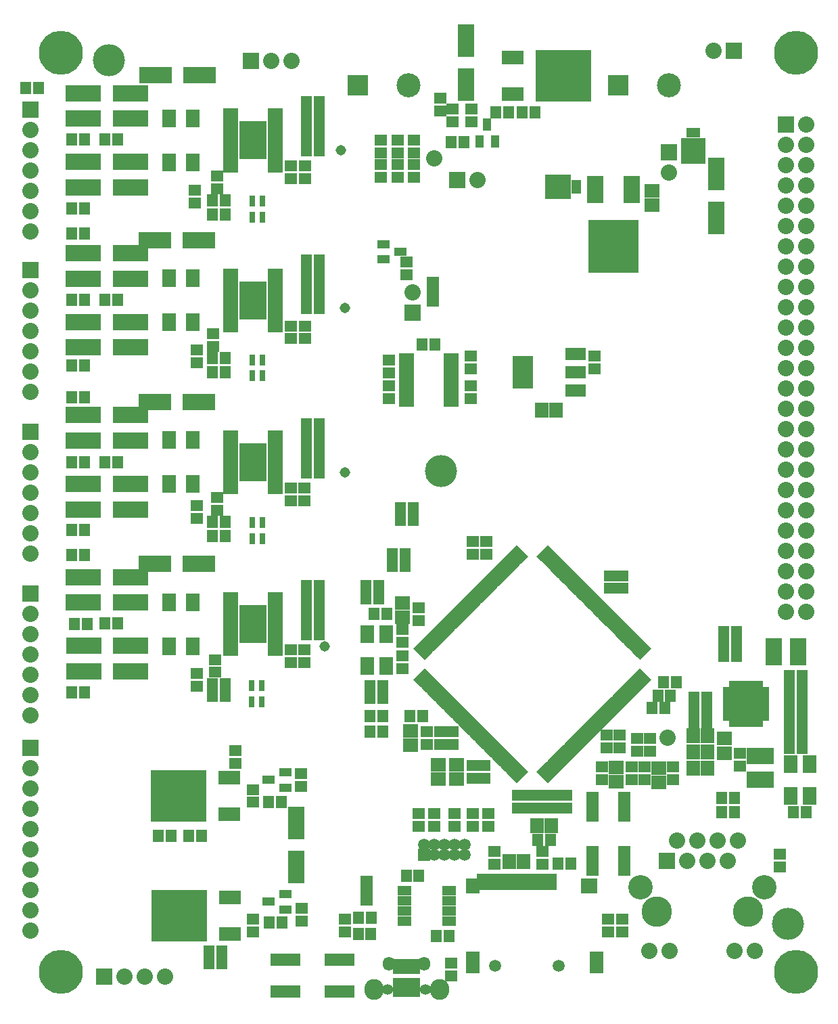
<source format=gts>
G04 (created by PCBNEW (2013-05-18 BZR 4017)-stable) date Fri 12 Dec 2014 17:06:20 GMT*
%MOIN*%
G04 Gerber Fmt 3.4, Leading zero omitted, Abs format*
%FSLAX34Y34*%
G01*
G70*
G90*
G04 APERTURE LIST*
%ADD10C,0.00590551*%
%ADD11C,0.2169*%
%ADD12R,0.0987X0.0987*%
%ADD13C,0.1184*%
%ADD14R,0.1342X0.0948*%
%ADD15O,0.0594X0.0692*%
%ADD16R,0.0357X0.0731*%
%ADD17O,0.0948X0.1027*%
%ADD18C,0.0535*%
%ADD19R,0.083X0.1381*%
%ADD20R,0.2483X0.2641*%
%ADD21R,0.08X0.08*%
%ADD22C,0.08*%
%ADD23R,0.0779X0.0365*%
%ADD24R,0.1381X0.1901*%
%ADD25R,0.0594X0.146*%
%ADD26R,0.146X0.0594*%
%ADD27R,0.0594X0.0436*%
%ADD28R,0.0436X0.0594*%
%ADD29R,0.1X0.164*%
%ADD30R,0.1X0.06*%
%ADD31R,0.1617X0.083*%
%ADD32R,0.083X0.1617*%
%ADD33R,0.0574X0.0594*%
%ADD34R,0.0594X0.0574*%
%ADD35R,0.0653X0.0909*%
%ADD36R,0.0653X0.0771*%
%ADD37R,0.0771X0.0653*%
%ADD38R,0.1106X0.0712*%
%ADD39R,0.2759X0.2523*%
%ADD40R,0.1342X0.0791*%
%ADD41R,0.0791X0.1342*%
%ADD42R,0.0594X0.0594*%
%ADD43C,0.0594*%
%ADD44R,0.0633X0.0987*%
%ADD45R,0.0633X0.0515*%
%ADD46R,0.0672X0.1066*%
%ADD47R,0.0672X0.0751*%
%ADD48R,0.083X0.0751*%
%ADD49R,0.0476X0.083*%
%ADD50R,0.07X0.045*%
%ADD51R,0.0298X0.0436*%
%ADD52R,0.0436X0.0298*%
%ADD53R,0.1499X0.1499*%
%ADD54R,0.12X0.1251*%
%ADD55R,0.07X0.05*%
%ADD56R,0.1251X0.12*%
%ADD57R,0.05X0.07*%
%ADD58C,0.1499*%
%ADD59C,0.12*%
%ADD60R,0.0672X0.0909*%
%ADD61C,0.0515*%
%ADD62C,0.1576*%
%ADD63R,0.029X0.054*%
%ADD64R,0.1735X0.0798*%
G04 APERTURE END LIST*
G54D10*
G54D11*
X2754Y1575D03*
G54D12*
X17390Y45236D03*
G54D13*
X19890Y45236D03*
G54D14*
X19781Y787D03*
G54D15*
X18905Y1968D03*
G54D16*
X19781Y1840D03*
X19525Y1840D03*
X19269Y1840D03*
X20037Y1840D03*
X20293Y1840D03*
G54D15*
X20657Y1968D03*
G54D17*
X21395Y716D03*
X18167Y716D03*
G54D18*
X20716Y716D03*
X18846Y716D03*
G54D19*
X30890Y40115D03*
G54D20*
X29990Y37288D03*
G54D19*
X29090Y40115D03*
G54D21*
X12114Y46430D03*
G54D22*
X13114Y46430D03*
X14114Y46430D03*
G54D23*
X13303Y34515D03*
X13303Y34771D03*
X13303Y35027D03*
X13303Y35283D03*
X11101Y33751D03*
X13303Y33747D03*
X13303Y34003D03*
X13303Y34259D03*
X11099Y35539D03*
X11099Y35283D03*
X11099Y35027D03*
X11099Y34771D03*
X11099Y34515D03*
X11099Y34259D03*
X13303Y35539D03*
X11101Y34003D03*
X13303Y33491D03*
X13303Y35795D03*
X11099Y35795D03*
X11099Y33491D03*
X13303Y33236D03*
X13303Y36050D03*
X11099Y36050D03*
X11099Y33236D03*
G54D24*
X12201Y34643D03*
G54D23*
X13302Y26542D03*
X13302Y26798D03*
X13302Y27054D03*
X13302Y27310D03*
X11100Y25778D03*
X13302Y25774D03*
X13302Y26030D03*
X13302Y26286D03*
X11098Y27566D03*
X11098Y27310D03*
X11098Y27054D03*
X11098Y26798D03*
X11098Y26542D03*
X11098Y26286D03*
X13302Y27566D03*
X11100Y26030D03*
X13302Y25518D03*
X13302Y27822D03*
X11098Y27822D03*
X11098Y25518D03*
X13302Y25263D03*
X13302Y28077D03*
X11098Y28077D03*
X11098Y25263D03*
G54D24*
X12200Y26670D03*
G54D23*
X13302Y18571D03*
X13302Y18827D03*
X13302Y19083D03*
X13302Y19339D03*
X11100Y17807D03*
X13302Y17803D03*
X13302Y18059D03*
X13302Y18315D03*
X11098Y19595D03*
X11098Y19339D03*
X11098Y19083D03*
X11098Y18827D03*
X11098Y18571D03*
X11098Y18315D03*
X13302Y19595D03*
X11100Y18059D03*
X13302Y17547D03*
X13302Y19851D03*
X11098Y19851D03*
X11098Y17547D03*
X13302Y17292D03*
X13302Y20106D03*
X11098Y20106D03*
X11098Y17292D03*
G54D24*
X12200Y18699D03*
G54D23*
X13304Y42391D03*
X13304Y42647D03*
X13304Y42903D03*
X13304Y43159D03*
X11102Y41627D03*
X13304Y41623D03*
X13304Y41879D03*
X13304Y42135D03*
X11100Y43415D03*
X11100Y43159D03*
X11100Y42903D03*
X11100Y42647D03*
X11100Y42391D03*
X11100Y42135D03*
X13304Y43415D03*
X11102Y41879D03*
X13304Y41367D03*
X13304Y43671D03*
X11100Y43671D03*
X11100Y41367D03*
X13304Y41112D03*
X13304Y43926D03*
X11100Y43926D03*
X11100Y41112D03*
G54D24*
X12202Y42519D03*
G54D23*
X19762Y30837D03*
X19762Y30581D03*
X19762Y30325D03*
X19762Y30069D03*
X21964Y31601D03*
X19762Y31605D03*
X19762Y31349D03*
X19762Y31093D03*
X21966Y29813D03*
X21966Y30069D03*
X21966Y30325D03*
X21966Y30581D03*
X21966Y30837D03*
X21966Y31093D03*
X19762Y29813D03*
X21964Y31349D03*
X19762Y31861D03*
X19762Y29557D03*
X21966Y29557D03*
X21966Y31861D03*
G54D25*
X30509Y7027D03*
X30509Y9705D03*
X28935Y9705D03*
X28935Y7027D03*
G54D26*
X13816Y591D03*
X16494Y591D03*
X16494Y2165D03*
X13816Y2165D03*
G54D27*
X13800Y4645D03*
X12968Y5020D03*
X13800Y5395D03*
X13800Y10649D03*
X12968Y11024D03*
X13800Y11399D03*
G54D28*
X23383Y42478D03*
X23758Y43310D03*
X24133Y42478D03*
G54D29*
X25509Y31106D03*
G54D30*
X28109Y31106D03*
X28109Y32006D03*
X28109Y30206D03*
G54D31*
X9577Y45748D03*
X7411Y45748D03*
X9546Y21654D03*
X7380Y21654D03*
X9546Y37598D03*
X7380Y37598D03*
X9546Y29626D03*
X7380Y29626D03*
G54D32*
X35029Y40855D03*
X35029Y38689D03*
G54D33*
X35411Y18307D03*
X36041Y18307D03*
X39288Y16142D03*
X38658Y16142D03*
X39288Y15551D03*
X38658Y15551D03*
X35411Y17717D03*
X36041Y17717D03*
X35411Y17126D03*
X36041Y17126D03*
X39288Y14370D03*
X38658Y14370D03*
X39288Y14961D03*
X38658Y14961D03*
X33934Y14469D03*
X34564Y14469D03*
X33934Y15059D03*
X34564Y15059D03*
X38658Y13189D03*
X39288Y13189D03*
G54D34*
X22045Y43445D03*
X22045Y44075D03*
X22990Y43445D03*
X22990Y44075D03*
X12202Y9921D03*
X12202Y10551D03*
X18896Y29803D03*
X18896Y30433D03*
X20372Y9370D03*
X20372Y8740D03*
G54D33*
X20096Y23819D03*
X19466Y23819D03*
G54D34*
X16731Y3524D03*
X16731Y4154D03*
G54D33*
X17990Y14173D03*
X18620Y14173D03*
X17990Y13386D03*
X18620Y13386D03*
X39289Y13780D03*
X38659Y13780D03*
X33934Y13878D03*
X34564Y13878D03*
G54D34*
X29722Y4154D03*
X29722Y3524D03*
X30411Y3524D03*
X30411Y4154D03*
G54D33*
X13601Y9942D03*
X12971Y9942D03*
X13640Y4016D03*
X13010Y4016D03*
G54D34*
X12222Y4154D03*
X12222Y3524D03*
X18896Y31713D03*
X18896Y31083D03*
G54D33*
X19703Y21555D03*
X19073Y21555D03*
G54D34*
X31159Y12441D03*
X31159Y13071D03*
G54D33*
X18423Y19980D03*
X17793Y19980D03*
X38856Y9449D03*
X39486Y9449D03*
X39289Y12598D03*
X38659Y12598D03*
X35313Y10138D03*
X35943Y10138D03*
X35313Y9449D03*
X35943Y9449D03*
X19703Y22146D03*
X19073Y22146D03*
X20096Y24409D03*
X19466Y24409D03*
G54D34*
X31789Y12441D03*
X31789Y13071D03*
G54D33*
X18423Y20571D03*
X17793Y20571D03*
G54D34*
X9447Y31575D03*
X9447Y32205D03*
G54D33*
X15470Y35433D03*
X14840Y35433D03*
X14841Y34839D03*
X15471Y34839D03*
X18620Y15650D03*
X17990Y15650D03*
X14840Y34252D03*
X15470Y34252D03*
G54D34*
X14762Y33382D03*
X14762Y32752D03*
G54D33*
X14840Y36024D03*
X15470Y36024D03*
G54D34*
X14073Y32752D03*
X14073Y33382D03*
X9447Y15630D03*
X9447Y16260D03*
G54D33*
X15470Y19390D03*
X14840Y19390D03*
X14839Y18796D03*
X15469Y18796D03*
G54D34*
X21159Y9370D03*
X21159Y8740D03*
G54D33*
X14840Y18209D03*
X15470Y18209D03*
G54D34*
X14760Y17438D03*
X14760Y16808D03*
G54D33*
X14840Y19980D03*
X15470Y19980D03*
G54D34*
X14071Y16808D03*
X14071Y17438D03*
X9348Y39449D03*
X9348Y40079D03*
G54D33*
X15470Y43209D03*
X14840Y43209D03*
X14842Y42617D03*
X15472Y42617D03*
X14840Y42028D03*
X15470Y42028D03*
G54D34*
X14763Y41258D03*
X14763Y40628D03*
G54D33*
X14840Y43799D03*
X15470Y43799D03*
G54D34*
X14074Y40628D03*
X14074Y41258D03*
X9447Y23898D03*
X9447Y24528D03*
G54D33*
X15470Y27362D03*
X14840Y27362D03*
X14840Y26768D03*
X15470Y26768D03*
X14840Y26181D03*
X15470Y26181D03*
G54D34*
X14761Y25410D03*
X14761Y24780D03*
G54D33*
X14840Y27953D03*
X15470Y27953D03*
G54D34*
X14072Y24780D03*
X14072Y25410D03*
X22144Y9370D03*
X22144Y8740D03*
G54D35*
X9250Y41437D03*
X8068Y41437D03*
G54D36*
X33895Y12402D03*
X34603Y12402D03*
X33895Y13189D03*
X34603Y13189D03*
G54D33*
X17400Y3445D03*
X18015Y3445D03*
G54D37*
X35431Y13052D03*
X35431Y12344D03*
G54D36*
X26435Y29248D03*
X27143Y29248D03*
G54D35*
X9250Y25591D03*
X8068Y25591D03*
X9250Y27756D03*
X8068Y27756D03*
X9250Y43602D03*
X8068Y43602D03*
X9250Y33563D03*
X8068Y33563D03*
X9250Y17618D03*
X8068Y17618D03*
X9250Y35728D03*
X8068Y35728D03*
X9250Y19783D03*
X8068Y19783D03*
G54D34*
X22932Y31279D03*
X22932Y31909D03*
G54D38*
X11063Y3431D03*
G54D39*
X8563Y4331D03*
G54D38*
X11063Y5231D03*
X11061Y9336D03*
G54D39*
X8561Y10236D03*
G54D38*
X11061Y11136D03*
X25018Y46609D03*
G54D39*
X27518Y45709D03*
G54D38*
X25018Y44809D03*
G54D33*
X8187Y8268D03*
X7557Y8268D03*
X10667Y2003D03*
X10037Y2003D03*
X24821Y43898D03*
X24191Y43898D03*
X10052Y2578D03*
X10667Y2578D03*
X9663Y8268D03*
X9048Y8268D03*
X26100Y43898D03*
X25485Y43898D03*
G54D21*
X1248Y44019D03*
G54D22*
X1248Y43019D03*
X1248Y42019D03*
X1248Y41019D03*
X1248Y40019D03*
X1248Y39019D03*
X1248Y38019D03*
G54D21*
X1248Y36143D03*
G54D22*
X1248Y35143D03*
X1248Y34143D03*
X1248Y33143D03*
X1248Y32143D03*
X1248Y31143D03*
X1248Y30143D03*
G54D21*
X1248Y28170D03*
G54D22*
X1248Y27170D03*
X1248Y26170D03*
X1248Y25170D03*
X1248Y24170D03*
X1248Y23170D03*
X1248Y22170D03*
G54D21*
X1248Y20199D03*
G54D22*
X1248Y19199D03*
X1248Y18199D03*
X1248Y17199D03*
X1248Y16199D03*
X1248Y15199D03*
X1248Y14199D03*
G54D21*
X35911Y46929D03*
G54D22*
X34911Y46929D03*
G54D34*
X22932Y30432D03*
X22932Y29802D03*
X36218Y12323D03*
X36218Y11693D03*
G54D40*
X37203Y12205D03*
X37203Y11023D03*
G54D41*
X37891Y17323D03*
X39073Y17323D03*
G54D36*
X34604Y11614D03*
X33896Y11614D03*
G54D33*
X10844Y31791D03*
X10214Y31791D03*
X10844Y39567D03*
X10214Y39567D03*
X10844Y15748D03*
X10214Y15748D03*
X10844Y23720D03*
X10214Y23720D03*
X10214Y31102D03*
X10829Y31102D03*
X10214Y38878D03*
X10829Y38878D03*
X10214Y15157D03*
X10829Y15157D03*
X10214Y23031D03*
X10829Y23031D03*
X14840Y28543D03*
X15470Y28543D03*
X14840Y44390D03*
X15470Y44390D03*
X14840Y36614D03*
X15470Y36614D03*
X14840Y20571D03*
X15470Y20571D03*
G54D36*
X25549Y6988D03*
X24841Y6988D03*
G54D42*
X20651Y7329D03*
G54D43*
X20651Y7829D03*
X21151Y7329D03*
X21151Y7829D03*
X21651Y7329D03*
X21651Y7829D03*
X22151Y7329D03*
X22151Y7829D03*
X22651Y7329D03*
X22651Y7829D03*
G54D44*
X17813Y5807D03*
G54D45*
X17813Y5059D03*
G54D43*
X24140Y1870D03*
X27282Y1870D03*
G54D46*
X23030Y2027D03*
X29132Y2027D03*
G54D47*
X23030Y5807D03*
G54D48*
X28778Y5807D03*
G54D49*
X26947Y6004D03*
X26514Y6004D03*
X26081Y6004D03*
X25648Y6004D03*
X25215Y6004D03*
X24782Y6004D03*
X24349Y6004D03*
X23916Y6004D03*
X23483Y6004D03*
G54D34*
X32911Y11024D03*
X32911Y11654D03*
X30864Y11024D03*
X30864Y11654D03*
G54D33*
X18187Y19193D03*
X18817Y19193D03*
G54D34*
X27655Y10256D03*
X27655Y9626D03*
G54D33*
X26258Y8071D03*
X26888Y8071D03*
G54D34*
X20766Y13406D03*
X20766Y12776D03*
G54D10*
G36*
X25553Y21812D02*
X24994Y22372D01*
X25213Y22591D01*
X25773Y22032D01*
X25553Y21812D01*
X25553Y21812D01*
G37*
G36*
X25414Y21673D02*
X24855Y22232D01*
X25074Y22452D01*
X25633Y21892D01*
X25414Y21673D01*
X25414Y21673D01*
G37*
G36*
X25275Y21534D02*
X24715Y22093D01*
X24935Y22312D01*
X25494Y21753D01*
X25275Y21534D01*
X25275Y21534D01*
G37*
G36*
X25135Y21395D02*
X24576Y21954D01*
X24795Y22173D01*
X25355Y21614D01*
X25135Y21395D01*
X25135Y21395D01*
G37*
G36*
X24996Y21255D02*
X24437Y21815D01*
X24656Y22034D01*
X25215Y21474D01*
X24996Y21255D01*
X24996Y21255D01*
G37*
G36*
X24858Y21117D02*
X24298Y21676D01*
X24517Y21895D01*
X25077Y21336D01*
X24858Y21117D01*
X24858Y21117D01*
G37*
G36*
X24718Y20977D02*
X24159Y21537D01*
X24378Y21756D01*
X24937Y21197D01*
X24718Y20977D01*
X24718Y20977D01*
G37*
G36*
X24579Y20838D02*
X24020Y21397D01*
X24239Y21617D01*
X24798Y21057D01*
X24579Y20838D01*
X24579Y20838D01*
G37*
G36*
X24440Y20699D02*
X23880Y21258D01*
X24100Y21477D01*
X24659Y20918D01*
X24440Y20699D01*
X24440Y20699D01*
G37*
G36*
X24300Y20559D02*
X23741Y21119D01*
X23960Y21338D01*
X24520Y20779D01*
X24300Y20559D01*
X24300Y20559D01*
G37*
G36*
X24161Y20420D02*
X23602Y20979D01*
X23821Y21199D01*
X24380Y20639D01*
X24161Y20420D01*
X24161Y20420D01*
G37*
G36*
X24022Y20282D02*
X23463Y20841D01*
X23682Y21060D01*
X24242Y20501D01*
X24022Y20282D01*
X24022Y20282D01*
G37*
G36*
X23883Y20142D02*
X23324Y20702D01*
X23543Y20921D01*
X24102Y20361D01*
X23883Y20142D01*
X23883Y20142D01*
G37*
G36*
X23744Y20003D02*
X23185Y20562D01*
X23404Y20781D01*
X23963Y20222D01*
X23744Y20003D01*
X23744Y20003D01*
G37*
G36*
X23605Y19864D02*
X23045Y20423D01*
X23264Y20642D01*
X23824Y20083D01*
X23605Y19864D01*
X23605Y19864D01*
G37*
G36*
X23465Y19724D02*
X22906Y20284D01*
X23125Y20503D01*
X23684Y19944D01*
X23465Y19724D01*
X23465Y19724D01*
G37*
G36*
X23326Y19585D02*
X22767Y20144D01*
X22986Y20364D01*
X23545Y19804D01*
X23326Y19585D01*
X23326Y19585D01*
G37*
G36*
X23187Y19446D02*
X22627Y20005D01*
X22847Y20224D01*
X23406Y19665D01*
X23187Y19446D01*
X23187Y19446D01*
G37*
G36*
X23048Y19307D02*
X22489Y19866D01*
X22708Y20086D01*
X23267Y19526D01*
X23048Y19307D01*
X23048Y19307D01*
G37*
G36*
X22909Y19168D02*
X22349Y19727D01*
X22569Y19946D01*
X23128Y19387D01*
X22909Y19168D01*
X22909Y19168D01*
G37*
G36*
X22769Y19029D02*
X22210Y19588D01*
X22429Y19807D01*
X22989Y19248D01*
X22769Y19029D01*
X22769Y19029D01*
G37*
G36*
X22630Y18889D02*
X22071Y19449D01*
X22290Y19668D01*
X22849Y19108D01*
X22630Y18889D01*
X22630Y18889D01*
G37*
G36*
X22491Y18750D02*
X21932Y19309D01*
X22151Y19528D01*
X22710Y18969D01*
X22491Y18750D01*
X22491Y18750D01*
G37*
G36*
X22352Y18611D02*
X21792Y19170D01*
X22011Y19389D01*
X22571Y18830D01*
X22352Y18611D01*
X22352Y18611D01*
G37*
G36*
X22212Y18471D02*
X21653Y19031D01*
X21872Y19250D01*
X22431Y18691D01*
X22212Y18471D01*
X22212Y18471D01*
G37*
G36*
X22074Y18333D02*
X21514Y18892D01*
X21734Y19111D01*
X22293Y18552D01*
X22074Y18333D01*
X22074Y18333D01*
G37*
G36*
X21934Y18193D02*
X21375Y18753D01*
X21594Y18972D01*
X22154Y18413D01*
X21934Y18193D01*
X21934Y18193D01*
G37*
G36*
X21795Y18054D02*
X21236Y18613D01*
X21455Y18833D01*
X22014Y18273D01*
X21795Y18054D01*
X21795Y18054D01*
G37*
G36*
X21656Y17915D02*
X21096Y18474D01*
X21316Y18693D01*
X21875Y18134D01*
X21656Y17915D01*
X21656Y17915D01*
G37*
G36*
X21516Y17776D02*
X20957Y18335D01*
X21176Y18554D01*
X21736Y17995D01*
X21516Y17776D01*
X21516Y17776D01*
G37*
G36*
X21377Y17636D02*
X20818Y18196D01*
X21037Y18415D01*
X21596Y17855D01*
X21377Y17636D01*
X21377Y17636D01*
G37*
G36*
X21239Y17498D02*
X20679Y18057D01*
X20898Y18276D01*
X21458Y17717D01*
X21239Y17498D01*
X21239Y17498D01*
G37*
G36*
X21099Y17358D02*
X20540Y17918D01*
X20759Y18137D01*
X21318Y17578D01*
X21099Y17358D01*
X21099Y17358D01*
G37*
G36*
X20960Y17219D02*
X20401Y17778D01*
X20620Y17998D01*
X21179Y17438D01*
X20960Y17219D01*
X20960Y17219D01*
G37*
G36*
X20821Y17080D02*
X20261Y17639D01*
X20481Y17858D01*
X21040Y17299D01*
X20821Y17080D01*
X20821Y17080D01*
G37*
G36*
X20681Y16940D02*
X20122Y17500D01*
X20341Y17719D01*
X20901Y17160D01*
X20681Y16940D01*
X20681Y16940D01*
G37*
G36*
X26750Y10872D02*
X26190Y11431D01*
X26410Y11651D01*
X26969Y11091D01*
X26750Y10872D01*
X26750Y10872D01*
G37*
G36*
X26889Y11011D02*
X26330Y11571D01*
X26549Y11790D01*
X27108Y11231D01*
X26889Y11011D01*
X26889Y11011D01*
G37*
G36*
X27028Y11151D02*
X26469Y11710D01*
X26688Y11929D01*
X27248Y11370D01*
X27028Y11151D01*
X27028Y11151D01*
G37*
G36*
X27168Y11290D02*
X26608Y11849D01*
X26828Y12068D01*
X27387Y11509D01*
X27168Y11290D01*
X27168Y11290D01*
G37*
G36*
X27307Y11429D02*
X26748Y11989D01*
X26967Y12208D01*
X27526Y11648D01*
X27307Y11429D01*
X27307Y11429D01*
G37*
G36*
X27446Y11568D02*
X26886Y12127D01*
X27105Y12346D01*
X27665Y11787D01*
X27446Y11568D01*
X27446Y11568D01*
G37*
G36*
X27585Y11707D02*
X27026Y12266D01*
X27245Y12486D01*
X27804Y11926D01*
X27585Y11707D01*
X27585Y11707D01*
G37*
G36*
X27724Y11846D02*
X27165Y12406D01*
X27384Y12625D01*
X27943Y12066D01*
X27724Y11846D01*
X27724Y11846D01*
G37*
G36*
X27863Y11986D02*
X27304Y12545D01*
X27523Y12764D01*
X28083Y12205D01*
X27863Y11986D01*
X27863Y11986D01*
G37*
G36*
X28003Y12125D02*
X27443Y12684D01*
X27663Y12904D01*
X28222Y12344D01*
X28003Y12125D01*
X28003Y12125D01*
G37*
G36*
X28142Y12264D02*
X27583Y12824D01*
X27802Y13043D01*
X28361Y12484D01*
X28142Y12264D01*
X28142Y12264D01*
G37*
G36*
X28281Y12403D02*
X27721Y12962D01*
X27941Y13181D01*
X28500Y12622D01*
X28281Y12403D01*
X28281Y12403D01*
G37*
G36*
X28420Y12542D02*
X27861Y13102D01*
X28080Y13321D01*
X28639Y12761D01*
X28420Y12542D01*
X28420Y12542D01*
G37*
G36*
X28559Y12682D02*
X28000Y13241D01*
X28219Y13460D01*
X28778Y12901D01*
X28559Y12682D01*
X28559Y12682D01*
G37*
G36*
X28699Y12821D02*
X28139Y13380D01*
X28358Y13599D01*
X28918Y13040D01*
X28699Y12821D01*
X28699Y12821D01*
G37*
G36*
X28838Y12960D02*
X28279Y13519D01*
X28498Y13739D01*
X29057Y13179D01*
X28838Y12960D01*
X28838Y12960D01*
G37*
G36*
X28977Y13099D02*
X28418Y13659D01*
X28637Y13878D01*
X29196Y13319D01*
X28977Y13099D01*
X28977Y13099D01*
G37*
G36*
X29116Y13239D02*
X28557Y13798D01*
X28776Y14017D01*
X29336Y13458D01*
X29116Y13239D01*
X29116Y13239D01*
G37*
G36*
X29255Y13377D02*
X28696Y13937D01*
X28915Y14156D01*
X29474Y13597D01*
X29255Y13377D01*
X29255Y13377D01*
G37*
G36*
X29394Y13517D02*
X28835Y14076D01*
X29054Y14295D01*
X29614Y13736D01*
X29394Y13517D01*
X29394Y13517D01*
G37*
G36*
X29534Y13656D02*
X28974Y14215D01*
X29194Y14434D01*
X29753Y13875D01*
X29534Y13656D01*
X29534Y13656D01*
G37*
G36*
X29673Y13795D02*
X29114Y14355D01*
X29333Y14574D01*
X29892Y14014D01*
X29673Y13795D01*
X29673Y13795D01*
G37*
G36*
X29812Y13935D02*
X29253Y14494D01*
X29472Y14713D01*
X30031Y14154D01*
X29812Y13935D01*
X29812Y13935D01*
G37*
G36*
X29952Y14074D02*
X29392Y14633D01*
X29611Y14852D01*
X30171Y14293D01*
X29952Y14074D01*
X29952Y14074D01*
G37*
G36*
X30091Y14213D02*
X29532Y14772D01*
X29751Y14992D01*
X30310Y14432D01*
X30091Y14213D01*
X30091Y14213D01*
G37*
G36*
X30229Y14352D02*
X29670Y14911D01*
X29889Y15130D01*
X30449Y14571D01*
X30229Y14352D01*
X30229Y14352D01*
G37*
G36*
X30369Y14491D02*
X29809Y15050D01*
X30029Y15270D01*
X30588Y14710D01*
X30369Y14491D01*
X30369Y14491D01*
G37*
G36*
X30508Y14630D02*
X29949Y15190D01*
X30168Y15409D01*
X30727Y14850D01*
X30508Y14630D01*
X30508Y14630D01*
G37*
G36*
X30647Y14770D02*
X30088Y15329D01*
X30307Y15548D01*
X30867Y14989D01*
X30647Y14770D01*
X30647Y14770D01*
G37*
G36*
X30787Y14909D02*
X30227Y15468D01*
X30447Y15687D01*
X31006Y15128D01*
X30787Y14909D01*
X30787Y14909D01*
G37*
G36*
X30926Y15048D02*
X30367Y15608D01*
X30586Y15827D01*
X31145Y15267D01*
X30926Y15048D01*
X30926Y15048D01*
G37*
G36*
X31065Y15187D02*
X30505Y15746D01*
X30724Y15965D01*
X31284Y15406D01*
X31065Y15187D01*
X31065Y15187D01*
G37*
G36*
X31204Y15326D02*
X30645Y15885D01*
X30864Y16105D01*
X31423Y15545D01*
X31204Y15326D01*
X31204Y15326D01*
G37*
G36*
X31343Y15465D02*
X30784Y16025D01*
X31003Y16244D01*
X31562Y15685D01*
X31343Y15465D01*
X31343Y15465D01*
G37*
G36*
X31482Y15605D02*
X30923Y16164D01*
X31142Y16383D01*
X31702Y15824D01*
X31482Y15605D01*
X31482Y15605D01*
G37*
G36*
X31622Y15744D02*
X31062Y16303D01*
X31282Y16523D01*
X31841Y15963D01*
X31622Y15744D01*
X31622Y15744D01*
G37*
G36*
X20341Y15744D02*
X20122Y15963D01*
X20681Y16523D01*
X20901Y16303D01*
X20341Y15744D01*
X20341Y15744D01*
G37*
G36*
X20481Y15605D02*
X20261Y15824D01*
X20821Y16383D01*
X21040Y16164D01*
X20481Y15605D01*
X20481Y15605D01*
G37*
G36*
X20620Y15465D02*
X20401Y15685D01*
X20960Y16244D01*
X21179Y16025D01*
X20620Y15465D01*
X20620Y15465D01*
G37*
G36*
X20759Y15326D02*
X20540Y15545D01*
X21099Y16105D01*
X21318Y15885D01*
X20759Y15326D01*
X20759Y15326D01*
G37*
G36*
X20898Y15187D02*
X20679Y15406D01*
X21239Y15965D01*
X21458Y15746D01*
X20898Y15187D01*
X20898Y15187D01*
G37*
G36*
X21037Y15048D02*
X20818Y15267D01*
X21377Y15827D01*
X21596Y15608D01*
X21037Y15048D01*
X21037Y15048D01*
G37*
G36*
X21176Y14909D02*
X20957Y15128D01*
X21516Y15687D01*
X21736Y15468D01*
X21176Y14909D01*
X21176Y14909D01*
G37*
G36*
X21316Y14770D02*
X21096Y14989D01*
X21656Y15548D01*
X21875Y15329D01*
X21316Y14770D01*
X21316Y14770D01*
G37*
G36*
X21455Y14630D02*
X21236Y14850D01*
X21795Y15409D01*
X22014Y15190D01*
X21455Y14630D01*
X21455Y14630D01*
G37*
G36*
X21594Y14491D02*
X21375Y14710D01*
X21934Y15270D01*
X22154Y15050D01*
X21594Y14491D01*
X21594Y14491D01*
G37*
G36*
X21734Y14352D02*
X21514Y14571D01*
X22074Y15130D01*
X22293Y14911D01*
X21734Y14352D01*
X21734Y14352D01*
G37*
G36*
X21872Y14213D02*
X21653Y14432D01*
X22212Y14992D01*
X22431Y14772D01*
X21872Y14213D01*
X21872Y14213D01*
G37*
G36*
X22011Y14074D02*
X21792Y14293D01*
X22352Y14852D01*
X22571Y14633D01*
X22011Y14074D01*
X22011Y14074D01*
G37*
G36*
X22151Y13935D02*
X21932Y14154D01*
X22491Y14713D01*
X22710Y14494D01*
X22151Y13935D01*
X22151Y13935D01*
G37*
G36*
X22290Y13795D02*
X22071Y14014D01*
X22630Y14574D01*
X22849Y14355D01*
X22290Y13795D01*
X22290Y13795D01*
G37*
G36*
X22429Y13656D02*
X22210Y13875D01*
X22769Y14434D01*
X22989Y14215D01*
X22429Y13656D01*
X22429Y13656D01*
G37*
G36*
X22569Y13517D02*
X22349Y13736D01*
X22909Y14295D01*
X23128Y14076D01*
X22569Y13517D01*
X22569Y13517D01*
G37*
G36*
X22708Y13377D02*
X22489Y13597D01*
X23048Y14156D01*
X23267Y13937D01*
X22708Y13377D01*
X22708Y13377D01*
G37*
G36*
X22847Y13239D02*
X22627Y13458D01*
X23187Y14017D01*
X23406Y13798D01*
X22847Y13239D01*
X22847Y13239D01*
G37*
G36*
X22986Y13099D02*
X22767Y13319D01*
X23326Y13878D01*
X23545Y13659D01*
X22986Y13099D01*
X22986Y13099D01*
G37*
G36*
X23125Y12960D02*
X22906Y13179D01*
X23465Y13739D01*
X23684Y13519D01*
X23125Y12960D01*
X23125Y12960D01*
G37*
G36*
X23264Y12821D02*
X23045Y13040D01*
X23605Y13599D01*
X23824Y13380D01*
X23264Y12821D01*
X23264Y12821D01*
G37*
G36*
X23404Y12682D02*
X23185Y12901D01*
X23744Y13460D01*
X23963Y13241D01*
X23404Y12682D01*
X23404Y12682D01*
G37*
G36*
X23543Y12542D02*
X23324Y12761D01*
X23883Y13321D01*
X24102Y13102D01*
X23543Y12542D01*
X23543Y12542D01*
G37*
G36*
X23682Y12403D02*
X23463Y12622D01*
X24022Y13181D01*
X24242Y12962D01*
X23682Y12403D01*
X23682Y12403D01*
G37*
G36*
X23821Y12264D02*
X23602Y12484D01*
X24161Y13043D01*
X24380Y12824D01*
X23821Y12264D01*
X23821Y12264D01*
G37*
G36*
X23960Y12125D02*
X23741Y12344D01*
X24300Y12904D01*
X24520Y12684D01*
X23960Y12125D01*
X23960Y12125D01*
G37*
G36*
X24100Y11986D02*
X23880Y12205D01*
X24440Y12764D01*
X24659Y12545D01*
X24100Y11986D01*
X24100Y11986D01*
G37*
G36*
X24239Y11846D02*
X24020Y12066D01*
X24579Y12625D01*
X24798Y12406D01*
X24239Y11846D01*
X24239Y11846D01*
G37*
G36*
X24378Y11707D02*
X24159Y11926D01*
X24718Y12486D01*
X24937Y12266D01*
X24378Y11707D01*
X24378Y11707D01*
G37*
G36*
X24517Y11568D02*
X24298Y11787D01*
X24858Y12346D01*
X25077Y12127D01*
X24517Y11568D01*
X24517Y11568D01*
G37*
G36*
X24656Y11429D02*
X24437Y11648D01*
X24996Y12208D01*
X25215Y11989D01*
X24656Y11429D01*
X24656Y11429D01*
G37*
G36*
X24795Y11290D02*
X24576Y11509D01*
X25135Y12068D01*
X25355Y11849D01*
X24795Y11290D01*
X24795Y11290D01*
G37*
G36*
X24935Y11151D02*
X24715Y11370D01*
X25275Y11929D01*
X25494Y11710D01*
X24935Y11151D01*
X24935Y11151D01*
G37*
G36*
X25074Y11011D02*
X24855Y11231D01*
X25414Y11790D01*
X25633Y11571D01*
X25074Y11011D01*
X25074Y11011D01*
G37*
G36*
X25213Y10872D02*
X24994Y11091D01*
X25553Y11651D01*
X25773Y11431D01*
X25213Y10872D01*
X25213Y10872D01*
G37*
G36*
X31282Y16940D02*
X31062Y17160D01*
X31622Y17719D01*
X31841Y17500D01*
X31282Y16940D01*
X31282Y16940D01*
G37*
G36*
X31142Y17080D02*
X30923Y17299D01*
X31482Y17858D01*
X31702Y17639D01*
X31142Y17080D01*
X31142Y17080D01*
G37*
G36*
X31003Y17219D02*
X30784Y17438D01*
X31343Y17998D01*
X31562Y17778D01*
X31003Y17219D01*
X31003Y17219D01*
G37*
G36*
X30864Y17358D02*
X30645Y17578D01*
X31204Y18137D01*
X31423Y17918D01*
X30864Y17358D01*
X30864Y17358D01*
G37*
G36*
X30724Y17498D02*
X30505Y17717D01*
X31065Y18276D01*
X31284Y18057D01*
X30724Y17498D01*
X30724Y17498D01*
G37*
G36*
X30586Y17636D02*
X30367Y17855D01*
X30926Y18415D01*
X31145Y18196D01*
X30586Y17636D01*
X30586Y17636D01*
G37*
G36*
X30447Y17776D02*
X30227Y17995D01*
X30787Y18554D01*
X31006Y18335D01*
X30447Y17776D01*
X30447Y17776D01*
G37*
G36*
X30307Y17915D02*
X30088Y18134D01*
X30647Y18693D01*
X30867Y18474D01*
X30307Y17915D01*
X30307Y17915D01*
G37*
G36*
X30168Y18054D02*
X29949Y18273D01*
X30508Y18833D01*
X30727Y18613D01*
X30168Y18054D01*
X30168Y18054D01*
G37*
G36*
X30029Y18193D02*
X29809Y18413D01*
X30369Y18972D01*
X30588Y18753D01*
X30029Y18193D01*
X30029Y18193D01*
G37*
G36*
X29889Y18333D02*
X29670Y18552D01*
X30229Y19111D01*
X30449Y18892D01*
X29889Y18333D01*
X29889Y18333D01*
G37*
G36*
X29751Y18471D02*
X29532Y18691D01*
X30091Y19250D01*
X30310Y19031D01*
X29751Y18471D01*
X29751Y18471D01*
G37*
G36*
X29611Y18611D02*
X29392Y18830D01*
X29952Y19389D01*
X30171Y19170D01*
X29611Y18611D01*
X29611Y18611D01*
G37*
G36*
X29472Y18750D02*
X29253Y18969D01*
X29812Y19528D01*
X30031Y19309D01*
X29472Y18750D01*
X29472Y18750D01*
G37*
G36*
X29333Y18889D02*
X29114Y19108D01*
X29673Y19668D01*
X29892Y19449D01*
X29333Y18889D01*
X29333Y18889D01*
G37*
G36*
X29194Y19029D02*
X28974Y19248D01*
X29534Y19807D01*
X29753Y19588D01*
X29194Y19029D01*
X29194Y19029D01*
G37*
G36*
X29054Y19168D02*
X28835Y19387D01*
X29394Y19946D01*
X29614Y19727D01*
X29054Y19168D01*
X29054Y19168D01*
G37*
G36*
X28915Y19307D02*
X28696Y19526D01*
X29255Y20086D01*
X29474Y19866D01*
X28915Y19307D01*
X28915Y19307D01*
G37*
G36*
X28776Y19446D02*
X28557Y19665D01*
X29116Y20224D01*
X29336Y20005D01*
X28776Y19446D01*
X28776Y19446D01*
G37*
G36*
X28637Y19585D02*
X28418Y19804D01*
X28977Y20364D01*
X29196Y20144D01*
X28637Y19585D01*
X28637Y19585D01*
G37*
G36*
X28498Y19724D02*
X28279Y19944D01*
X28838Y20503D01*
X29057Y20284D01*
X28498Y19724D01*
X28498Y19724D01*
G37*
G36*
X28358Y19864D02*
X28139Y20083D01*
X28699Y20642D01*
X28918Y20423D01*
X28358Y19864D01*
X28358Y19864D01*
G37*
G36*
X28219Y20003D02*
X28000Y20222D01*
X28559Y20781D01*
X28778Y20562D01*
X28219Y20003D01*
X28219Y20003D01*
G37*
G36*
X28080Y20142D02*
X27861Y20361D01*
X28420Y20921D01*
X28639Y20702D01*
X28080Y20142D01*
X28080Y20142D01*
G37*
G36*
X27941Y20282D02*
X27721Y20501D01*
X28281Y21060D01*
X28500Y20841D01*
X27941Y20282D01*
X27941Y20282D01*
G37*
G36*
X27802Y20420D02*
X27583Y20639D01*
X28142Y21199D01*
X28361Y20979D01*
X27802Y20420D01*
X27802Y20420D01*
G37*
G36*
X27663Y20559D02*
X27443Y20779D01*
X28003Y21338D01*
X28222Y21119D01*
X27663Y20559D01*
X27663Y20559D01*
G37*
G36*
X27523Y20699D02*
X27304Y20918D01*
X27863Y21477D01*
X28083Y21258D01*
X27523Y20699D01*
X27523Y20699D01*
G37*
G36*
X27384Y20838D02*
X27165Y21057D01*
X27724Y21617D01*
X27943Y21397D01*
X27384Y20838D01*
X27384Y20838D01*
G37*
G36*
X27245Y20977D02*
X27026Y21197D01*
X27585Y21756D01*
X27804Y21537D01*
X27245Y20977D01*
X27245Y20977D01*
G37*
G36*
X27105Y21117D02*
X26886Y21336D01*
X27446Y21895D01*
X27665Y21676D01*
X27105Y21117D01*
X27105Y21117D01*
G37*
G36*
X26967Y21255D02*
X26748Y21474D01*
X27307Y22034D01*
X27526Y21815D01*
X26967Y21255D01*
X26967Y21255D01*
G37*
G36*
X26828Y21395D02*
X26608Y21614D01*
X27168Y22173D01*
X27387Y21954D01*
X26828Y21395D01*
X26828Y21395D01*
G37*
G36*
X26688Y21534D02*
X26469Y21753D01*
X27028Y22312D01*
X27248Y22093D01*
X26688Y21534D01*
X26688Y21534D01*
G37*
G36*
X26549Y21673D02*
X26330Y21892D01*
X26889Y22452D01*
X27108Y22232D01*
X26549Y21673D01*
X26549Y21673D01*
G37*
G36*
X26410Y21812D02*
X26190Y22032D01*
X26750Y22591D01*
X26969Y22372D01*
X26410Y21812D01*
X26410Y21812D01*
G37*
G54D37*
X21356Y11771D03*
X21356Y11063D03*
X19585Y19036D03*
X19585Y19744D03*
G54D36*
X26219Y8760D03*
X26927Y8760D03*
G54D37*
X19978Y13445D03*
X19978Y12737D03*
X30116Y11634D03*
X30116Y10926D03*
X32222Y11614D03*
X32222Y10906D03*
G54D33*
X31868Y14567D03*
X32498Y14567D03*
X18030Y4232D03*
X17400Y4232D03*
G54D34*
X19585Y17795D03*
X19585Y18425D03*
X19585Y17146D03*
X19585Y16516D03*
X23620Y11732D03*
X23620Y11102D03*
G54D33*
X32163Y15157D03*
X32793Y15157D03*
G54D34*
X29821Y20453D03*
X29821Y21083D03*
X30411Y20453D03*
X30411Y21083D03*
X21455Y13406D03*
X21455Y12776D03*
X23029Y11732D03*
X23029Y11102D03*
X22045Y13406D03*
X22045Y12776D03*
X20372Y18878D03*
X20372Y19508D03*
X23029Y22126D03*
X23029Y22756D03*
G54D33*
X18620Y15059D03*
X17990Y15059D03*
G54D34*
X27065Y10256D03*
X27065Y9626D03*
X23029Y9370D03*
X23029Y8740D03*
X25884Y10256D03*
X25884Y9626D03*
X23718Y22126D03*
X23718Y22756D03*
G54D33*
X20588Y14173D03*
X19958Y14173D03*
G54D34*
X26474Y9626D03*
X26474Y10256D03*
G54D37*
X22242Y11771D03*
X22242Y11063D03*
G54D33*
X20550Y32480D03*
X21180Y32480D03*
G54D21*
X38474Y43299D03*
G54D22*
X39474Y43299D03*
X38474Y38299D03*
X39474Y42299D03*
X38474Y37299D03*
X39474Y41299D03*
X38474Y36299D03*
X39474Y40299D03*
X38474Y35299D03*
X39474Y39299D03*
X38474Y34299D03*
X39474Y38299D03*
X38474Y33299D03*
X39474Y37299D03*
X38474Y32299D03*
X39474Y36299D03*
X38474Y31299D03*
X39474Y35299D03*
X38474Y30299D03*
X39474Y34299D03*
X38474Y29299D03*
X39474Y33299D03*
X38474Y28299D03*
X39474Y32299D03*
X39474Y31299D03*
X38474Y27299D03*
X39474Y30299D03*
X39474Y28299D03*
X39474Y27299D03*
X39474Y26299D03*
X39474Y25299D03*
X38474Y26299D03*
X38474Y25299D03*
X38474Y42299D03*
X38474Y41299D03*
X38474Y40299D03*
X38474Y39299D03*
X38474Y24299D03*
X39474Y24299D03*
X39474Y29299D03*
X38474Y23299D03*
X39474Y23299D03*
X38474Y22299D03*
X39474Y22299D03*
X38474Y21299D03*
X39474Y21299D03*
X38474Y20299D03*
X39474Y20299D03*
X38474Y19299D03*
X39474Y19299D03*
G54D50*
X21866Y4073D03*
X21866Y4573D03*
X21866Y5073D03*
X21866Y5573D03*
X19666Y5573D03*
X19666Y5073D03*
X19666Y4573D03*
X19666Y4073D03*
G54D33*
X21238Y3346D03*
X21868Y3346D03*
X19762Y6299D03*
X20392Y6299D03*
G54D34*
X19781Y36535D03*
X19781Y35905D03*
X20155Y41319D03*
X20155Y40689D03*
X19348Y41319D03*
X19348Y40689D03*
G54D51*
X35826Y13820D03*
X36023Y13820D03*
X36220Y13820D03*
X36417Y13820D03*
X36613Y13820D03*
X36810Y13820D03*
X37007Y13820D03*
X37204Y13820D03*
G54D52*
X37460Y14862D03*
X37460Y15058D03*
X37460Y15255D03*
X37460Y15452D03*
G54D53*
X36514Y14764D03*
G54D52*
X37460Y14075D03*
X37460Y14272D03*
X37460Y14469D03*
X37460Y14665D03*
G54D51*
X37202Y15708D03*
X37005Y15709D03*
X36809Y15709D03*
X36612Y15709D03*
X36415Y15709D03*
X36218Y15709D03*
X36021Y15709D03*
X35824Y15709D03*
G54D52*
X35569Y15453D03*
X35569Y15256D03*
X35569Y15059D03*
X35569Y14863D03*
X35569Y14666D03*
X35569Y14469D03*
X35569Y14272D03*
X35569Y14075D03*
G54D33*
X3907Y29870D03*
X3277Y29870D03*
G54D54*
X33896Y41988D03*
G54D55*
X33896Y42914D03*
G54D56*
X27230Y40228D03*
G54D57*
X28156Y40228D03*
G54D34*
X10234Y32362D03*
X10234Y32992D03*
X10431Y40138D03*
X10431Y40768D03*
X10333Y16319D03*
X10333Y16949D03*
X10431Y24291D03*
X10431Y24921D03*
G54D58*
X32098Y4528D03*
X36598Y4528D03*
G54D22*
X36098Y8028D03*
X35600Y7028D03*
X35098Y8028D03*
X34600Y7028D03*
X34098Y8028D03*
X33600Y7028D03*
X33098Y8028D03*
G54D59*
X31298Y5729D03*
X37398Y5728D03*
G54D22*
X35956Y2599D03*
X32740Y2599D03*
X36956Y2599D03*
X31740Y2599D03*
G54D21*
X32600Y7028D03*
G54D60*
X38699Y11811D03*
X38699Y10237D03*
X39643Y10237D03*
X39643Y11811D03*
X18777Y16634D03*
X18777Y18208D03*
X17833Y18208D03*
X17833Y16634D03*
G54D61*
X16730Y26181D03*
X16533Y42028D03*
X16730Y34252D03*
X15746Y17618D03*
G54D34*
X25293Y10256D03*
X25293Y9626D03*
X23817Y9370D03*
X23817Y8740D03*
G54D33*
X27242Y6890D03*
X27872Y6890D03*
G54D34*
X26474Y6870D03*
X26474Y7500D03*
G54D33*
X32458Y15846D03*
X33088Y15846D03*
G54D34*
X24112Y6870D03*
X24112Y7500D03*
G54D27*
X18643Y37415D03*
X19475Y37040D03*
X18643Y36665D03*
G54D21*
X32696Y41944D03*
G54D22*
X32696Y40944D03*
G54D21*
X20089Y34050D03*
G54D22*
X20089Y35050D03*
G54D62*
X38581Y3937D03*
X5116Y46457D03*
X21469Y26225D03*
G54D44*
X21079Y34830D03*
G54D45*
X21079Y35578D03*
G54D33*
X22596Y42441D03*
X21966Y42441D03*
G54D34*
X14565Y10709D03*
X14565Y11339D03*
X14604Y4055D03*
X14604Y4685D03*
G54D63*
X12177Y22918D03*
X12677Y22918D03*
X12179Y23706D03*
X12679Y23706D03*
X12181Y31716D03*
X12681Y31716D03*
X12173Y39532D03*
X12673Y39532D03*
X12151Y15652D03*
X12651Y15652D03*
X12151Y14856D03*
X12651Y14856D03*
X12187Y30934D03*
X12687Y30934D03*
X12173Y38732D03*
X12673Y38732D03*
G54D22*
X32638Y13104D03*
X21148Y41630D03*
G54D34*
X38187Y6732D03*
X38187Y7362D03*
X21966Y1378D03*
X21966Y2008D03*
X31514Y11024D03*
X31514Y11654D03*
X29407Y11024D03*
X29407Y11654D03*
G54D21*
X22280Y40558D03*
G54D22*
X23280Y40558D03*
G54D34*
X20155Y41909D03*
X20155Y42524D03*
X19329Y41909D03*
X19329Y42524D03*
X18522Y41909D03*
X18522Y42524D03*
G54D32*
X22695Y47422D03*
X22695Y45256D03*
X14329Y8898D03*
X14329Y6732D03*
G54D33*
X4925Y34663D03*
X5555Y34663D03*
X4915Y42567D03*
X5545Y42567D03*
X3277Y39173D03*
X3907Y39173D03*
X3907Y37929D03*
X3277Y37929D03*
X3278Y34654D03*
X3908Y34654D03*
G54D34*
X21455Y43976D03*
X21455Y44606D03*
G54D33*
X3277Y31433D03*
X3907Y31433D03*
X3907Y22094D03*
X3277Y22094D03*
X3411Y18705D03*
X4041Y18705D03*
X4915Y18720D03*
X5545Y18720D03*
X3277Y15327D03*
X3907Y15327D03*
X3277Y42567D03*
X3907Y42567D03*
G54D34*
X30273Y12618D03*
X30273Y13248D03*
X29045Y31890D03*
X29045Y31260D03*
X11333Y12480D03*
X11333Y11850D03*
G54D37*
X31880Y40042D03*
X31880Y39334D03*
G54D33*
X3277Y26681D03*
X3907Y26681D03*
X4915Y26681D03*
X5545Y26681D03*
X3277Y23346D03*
X3907Y23346D03*
X1645Y45100D03*
X1015Y45100D03*
G54D34*
X18522Y41319D03*
X18522Y40689D03*
X29644Y13248D03*
X29644Y12618D03*
G54D12*
X30205Y45236D03*
G54D13*
X32705Y45236D03*
G54D64*
X6183Y21017D03*
X6183Y19765D03*
X3861Y21017D03*
X3861Y19765D03*
X6190Y17633D03*
X6190Y16381D03*
X3868Y17633D03*
X3868Y16381D03*
X6183Y33576D03*
X6183Y32324D03*
X3861Y33576D03*
X3861Y32324D03*
X6183Y36962D03*
X6183Y35710D03*
X3861Y36962D03*
X3861Y35710D03*
X6183Y41452D03*
X6183Y40200D03*
X3861Y41452D03*
X3861Y40200D03*
X6183Y44838D03*
X6183Y43586D03*
X3861Y44838D03*
X3861Y43586D03*
X6183Y25603D03*
X6183Y24351D03*
X3861Y25603D03*
X3861Y24351D03*
X6183Y28989D03*
X6183Y27737D03*
X3861Y28989D03*
X3861Y27737D03*
G54D21*
X4888Y1328D03*
G54D22*
X5888Y1328D03*
X6888Y1328D03*
X7888Y1328D03*
G54D21*
X1248Y12617D03*
G54D22*
X1248Y11617D03*
X1256Y10617D03*
X1248Y9617D03*
X1248Y8617D03*
X1248Y7617D03*
X1248Y6617D03*
X1248Y5617D03*
X1248Y4617D03*
X1248Y3617D03*
G54D11*
X38974Y46850D03*
X38974Y1575D03*
X2754Y46850D03*
M02*

</source>
